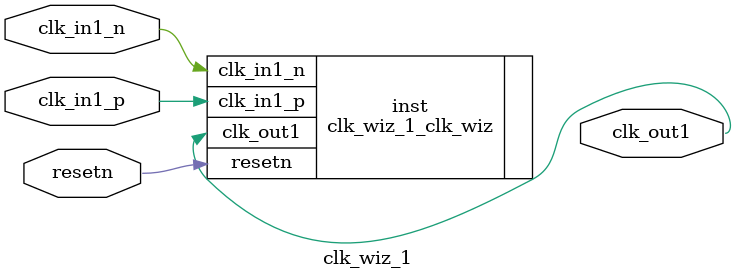
<source format=v>


`timescale 1ps/1ps

(* CORE_GENERATION_INFO = "clk_wiz_1,clk_wiz_v6_0_13_0_0,{component_name=clk_wiz_1,use_phase_alignment=false,use_min_o_jitter=false,use_max_i_jitter=false,use_dyn_phase_shift=false,use_inclk_switchover=false,use_dyn_reconfig=false,enable_axi=0,feedback_source=FDBK_AUTO,PRIMITIVE=MMCM,num_out_clk=1,clkin1_period=5.000,clkin2_period=10.0,use_power_down=false,use_reset=true,use_locked=false,use_inclk_stopped=false,feedback_type=SINGLE,CLOCK_MGR_TYPE=NA,manual_override=false}" *)

module clk_wiz_1 
 (
  // Clock out ports
  output        clk_out1,
  // Status and control signals
  input         resetn,
 // Clock in ports
  input         clk_in1_p,
  input         clk_in1_n
 );

  clk_wiz_1_clk_wiz inst
  (
  // Clock out ports  
  .clk_out1(clk_out1),
  // Status and control signals               
  .resetn(resetn), 
 // Clock in ports
  .clk_in1_p(clk_in1_p),
  .clk_in1_n(clk_in1_n)
  );

endmodule

</source>
